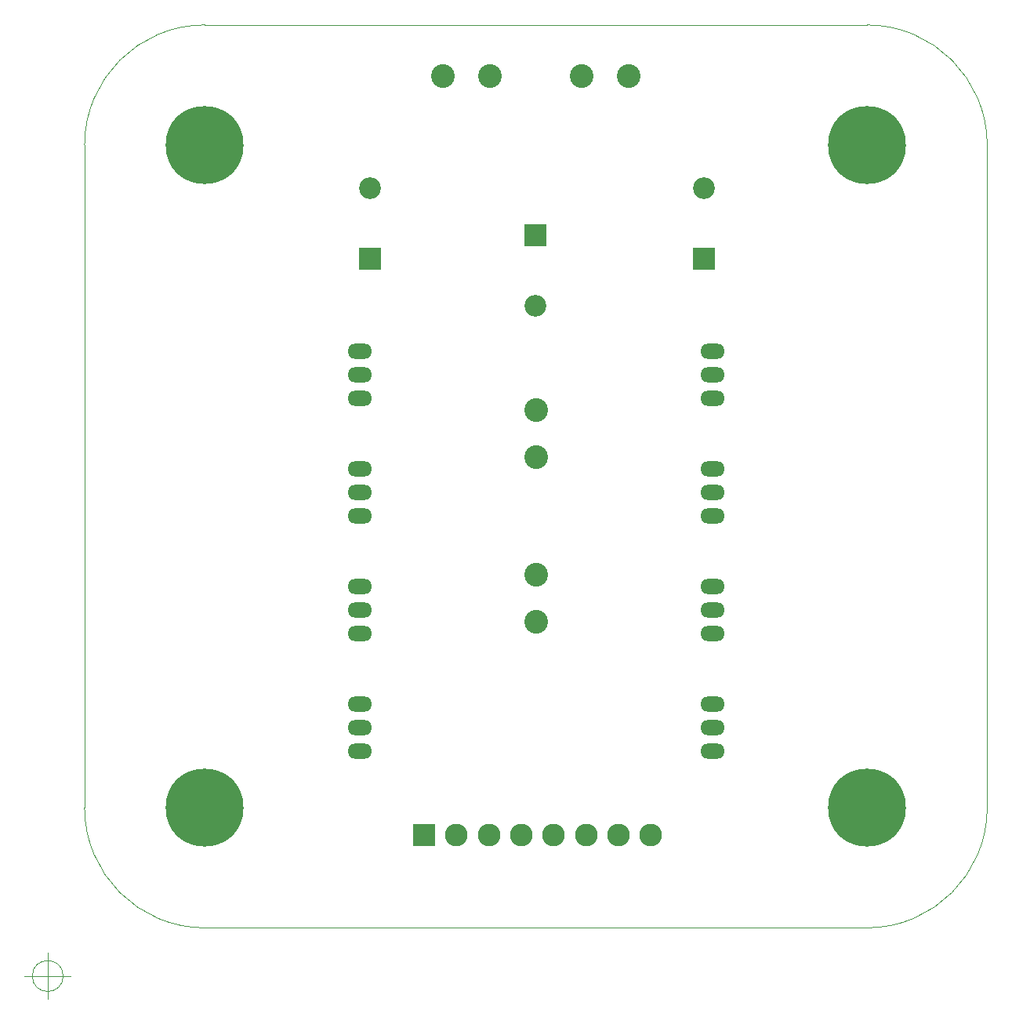
<source format=gbr>
G04 #@! TF.FileFunction,Soldermask,Bot*
%FSLAX46Y46*%
G04 Gerber Fmt 4.6, Leading zero omitted, Abs format (unit mm)*
G04 Created by KiCad (PCBNEW 0.201502111101+5414~21~ubuntu14.04.1-product) date Fri 13 Feb 2015 01:12:52 AM CST*
%MOMM*%
G01*
G04 APERTURE LIST*
%ADD10C,0.100000*%
%ADD11C,8.407400*%
%ADD12O,2.651760X1.653540*%
%ADD13C,2.565400*%
%ADD14R,2.452400X2.452400*%
%ADD15C,2.452400*%
%ADD16R,2.352400X2.352400*%
%ADD17C,2.352400*%
G04 APERTURE END LIST*
D10*
X34686666Y-139700000D02*
G75*
G03X34686666Y-139700000I-1666666J0D01*
G01*
X30520000Y-139700000D02*
X35520000Y-139700000D01*
X33020000Y-137200000D02*
X33020000Y-142200000D01*
X121500000Y-134500000D02*
X50000000Y-134500000D01*
X134500000Y-50000000D02*
X134500000Y-121500000D01*
X50000000Y-37000000D02*
X121500000Y-37000000D01*
X37000000Y-121500000D02*
X37000000Y-50000000D01*
X121500000Y-134500000D02*
G75*
G03X134500000Y-121500000I0J13000000D01*
G01*
X134500000Y-50000000D02*
G75*
G03X121500000Y-37000000I-13000000J0D01*
G01*
X50000000Y-37000000D02*
G75*
G03X37000000Y-50000000I0J-13000000D01*
G01*
X37000000Y-121500000D02*
G75*
G03X50000000Y-134500000I13000000J0D01*
G01*
D11*
X50000000Y-50000000D03*
D12*
X66750000Y-74740000D03*
X66750000Y-72200000D03*
X66750000Y-77280000D03*
X66750000Y-112840000D03*
X66750000Y-110300000D03*
X66750000Y-115380000D03*
X104850000Y-74740000D03*
X104850000Y-77280000D03*
X104850000Y-72200000D03*
X104850000Y-112840000D03*
X104850000Y-115380000D03*
X104850000Y-110300000D03*
D11*
X50000000Y-121500000D03*
X121500000Y-50000000D03*
X121500000Y-121500000D03*
D13*
X75710000Y-42500000D03*
X80790000Y-42500000D03*
X95790000Y-42500000D03*
X90710000Y-42500000D03*
X85750400Y-83630000D03*
X85750400Y-78550000D03*
X85750400Y-101410000D03*
X85750400Y-96330000D03*
D12*
X66750000Y-87440000D03*
X66750000Y-84900000D03*
X66750000Y-89980000D03*
X66750000Y-100140000D03*
X66750000Y-97600000D03*
X66750000Y-102680000D03*
X104850000Y-87440000D03*
X104850000Y-89980000D03*
X104850000Y-84900000D03*
X104850000Y-100140000D03*
X104850000Y-102680000D03*
X104850000Y-97600000D03*
D14*
X73660000Y-124460000D03*
D15*
X77160000Y-124460000D03*
X80660000Y-124460000D03*
X84160000Y-124460000D03*
X87660000Y-124460000D03*
X91160000Y-124460000D03*
X94660000Y-124460000D03*
X98160000Y-124460000D03*
D16*
X67818000Y-62230000D03*
D17*
X67818000Y-54610000D03*
D16*
X85704000Y-59690000D03*
D17*
X85704000Y-67310000D03*
D16*
X103886000Y-62230000D03*
D17*
X103886000Y-54610000D03*
M02*

</source>
